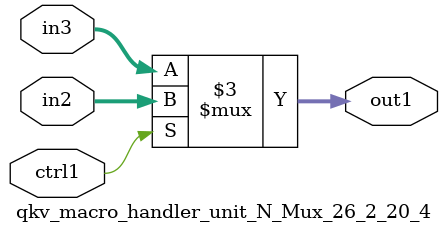
<source format=v>

`timescale 1ps / 1ps


module qkv_macro_handler_unit_N_Mux_26_2_20_4( in3, in2, ctrl1, out1 );

    input [25:0] in3;
    input [25:0] in2;
    input ctrl1;
    output [25:0] out1;
    reg [25:0] out1;

    
    // rtl_process:qkv_macro_handler_unit_N_Mux_26_2_20_4/qkv_macro_handler_unit_N_Mux_26_2_20_4_thread_1
    always @*
      begin : qkv_macro_handler_unit_N_Mux_26_2_20_4_thread_1
        case (ctrl1) 
          1'b1: 
            begin
              out1 = in2;
            end
          default: 
            begin
              out1 = in3;
            end
        endcase
      end

endmodule


</source>
